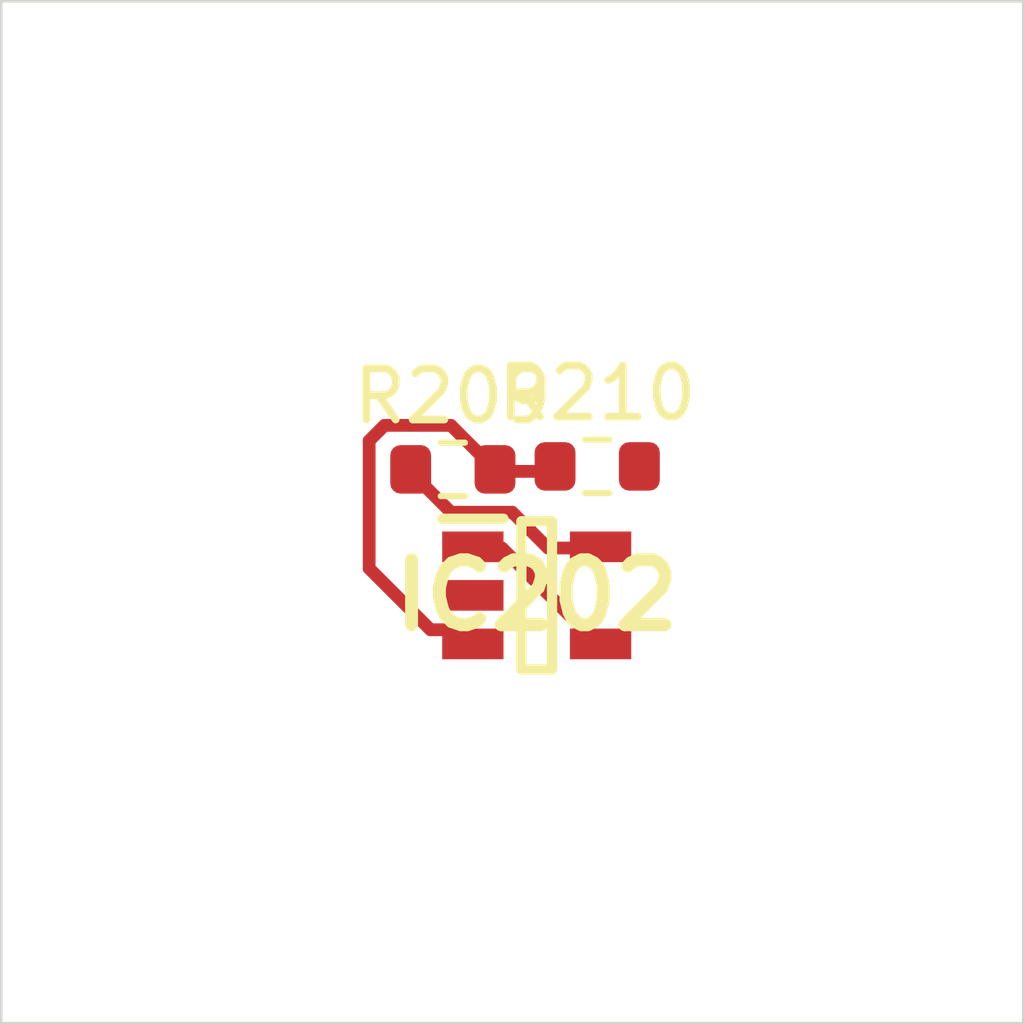
<source format=kicad_pcb>
 ( kicad_pcb  ( version 20171130 )
 ( host pcbnew 5.1.12-84ad8e8a86~92~ubuntu18.04.1 )
 ( general  ( thickness 1.6 )
 ( drawings 4 )
 ( tracks 0 )
 ( zones 0 )
 ( modules 3 )
 ( nets 5 )
)
 ( page A4 )
 ( layers  ( 0 F.Cu signal )
 ( 31 B.Cu signal )
 ( 32 B.Adhes user )
 ( 33 F.Adhes user )
 ( 34 B.Paste user )
 ( 35 F.Paste user )
 ( 36 B.SilkS user )
 ( 37 F.SilkS user )
 ( 38 B.Mask user )
 ( 39 F.Mask user )
 ( 40 Dwgs.User user )
 ( 41 Cmts.User user )
 ( 42 Eco1.User user )
 ( 43 Eco2.User user )
 ( 44 Edge.Cuts user )
 ( 45 Margin user )
 ( 46 B.CrtYd user )
 ( 47 F.CrtYd user )
 ( 48 B.Fab user )
 ( 49 F.Fab user )
)
 ( setup  ( last_trace_width 0.25 )
 ( trace_clearance 0.2 )
 ( zone_clearance 0.508 )
 ( zone_45_only no )
 ( trace_min 0.2 )
 ( via_size 0.8 )
 ( via_drill 0.4 )
 ( via_min_size 0.4 )
 ( via_min_drill 0.3 )
 ( uvia_size 0.3 )
 ( uvia_drill 0.1 )
 ( uvias_allowed no )
 ( uvia_min_size 0.2 )
 ( uvia_min_drill 0.1 )
 ( edge_width 0.05 )
 ( segment_width 0.2 )
 ( pcb_text_width 0.3 )
 ( pcb_text_size 1.5 1.5 )
 ( mod_edge_width 0.12 )
 ( mod_text_size 1 1 )
 ( mod_text_width 0.15 )
 ( pad_size 1.524 1.524 )
 ( pad_drill 0.762 )
 ( pad_to_mask_clearance 0 )
 ( aux_axis_origin 0 0 )
 ( visible_elements FFFFFF7F )
 ( pcbplotparams  ( layerselection 0x010fc_ffffffff )
 ( usegerberextensions false )
 ( usegerberattributes true )
 ( usegerberadvancedattributes true )
 ( creategerberjobfile true )
 ( excludeedgelayer true )
 ( linewidth 0.100000 )
 ( plotframeref false )
 ( viasonmask false )
 ( mode 1 )
 ( useauxorigin false )
 ( hpglpennumber 1 )
 ( hpglpenspeed 20 )
 ( hpglpendiameter 15.000000 )
 ( psnegative false )
 ( psa4output false )
 ( plotreference true )
 ( plotvalue true )
 ( plotinvisibletext false )
 ( padsonsilk false )
 ( subtractmaskfromsilk false )
 ( outputformat 1 )
 ( mirror false )
 ( drillshape 1 )
 ( scaleselection 1 )
 ( outputdirectory "" )
)
)
 ( net 0 "" )
 ( net 1 GND )
 ( net 2 VDDA )
 ( net 3 /Sheet6235D886/vp )
 ( net 4 "Net-(IC202-Pad3)" )
 ( net_class Default "This is the default net class."  ( clearance 0.2 )
 ( trace_width 0.25 )
 ( via_dia 0.8 )
 ( via_drill 0.4 )
 ( uvia_dia 0.3 )
 ( uvia_drill 0.1 )
 ( add_net /Sheet6235D886/vp )
 ( add_net GND )
 ( add_net "Net-(IC202-Pad3)" )
 ( add_net VDDA )
)
 ( module SOT95P280X145-5N locked  ( layer F.Cu )
 ( tedit 62336ED7 )
 ( tstamp 623423ED )
 ( at 90.479100 111.627000 )
 ( descr DBV0005A )
 ( tags "Integrated Circuit" )
 ( path /6235D887/6266C08E )
 ( attr smd )
 ( fp_text reference IC202  ( at 0 0 )
 ( layer F.SilkS )
 ( effects  ( font  ( size 1.27 1.27 )
 ( thickness 0.254 )
)
)
)
 ( fp_text value TL071HIDBVR  ( at 0 0 )
 ( layer F.SilkS )
hide  ( effects  ( font  ( size 1.27 1.27 )
 ( thickness 0.254 )
)
)
)
 ( fp_line  ( start -1.85 -1.5 )
 ( end -0.65 -1.5 )
 ( layer F.SilkS )
 ( width 0.2 )
)
 ( fp_line  ( start -0.3 1.45 )
 ( end -0.3 -1.45 )
 ( layer F.SilkS )
 ( width 0.2 )
)
 ( fp_line  ( start 0.3 1.45 )
 ( end -0.3 1.45 )
 ( layer F.SilkS )
 ( width 0.2 )
)
 ( fp_line  ( start 0.3 -1.45 )
 ( end 0.3 1.45 )
 ( layer F.SilkS )
 ( width 0.2 )
)
 ( fp_line  ( start -0.3 -1.45 )
 ( end 0.3 -1.45 )
 ( layer F.SilkS )
 ( width 0.2 )
)
 ( fp_line  ( start -0.8 -0.5 )
 ( end 0.15 -1.45 )
 ( layer Dwgs.User )
 ( width 0.1 )
)
 ( fp_line  ( start -0.8 1.45 )
 ( end -0.8 -1.45 )
 ( layer Dwgs.User )
 ( width 0.1 )
)
 ( fp_line  ( start 0.8 1.45 )
 ( end -0.8 1.45 )
 ( layer Dwgs.User )
 ( width 0.1 )
)
 ( fp_line  ( start 0.8 -1.45 )
 ( end 0.8 1.45 )
 ( layer Dwgs.User )
 ( width 0.1 )
)
 ( fp_line  ( start -0.8 -1.45 )
 ( end 0.8 -1.45 )
 ( layer Dwgs.User )
 ( width 0.1 )
)
 ( fp_line  ( start -2.1 1.775 )
 ( end -2.1 -1.775 )
 ( layer Dwgs.User )
 ( width 0.05 )
)
 ( fp_line  ( start 2.1 1.775 )
 ( end -2.1 1.775 )
 ( layer Dwgs.User )
 ( width 0.05 )
)
 ( fp_line  ( start 2.1 -1.775 )
 ( end 2.1 1.775 )
 ( layer Dwgs.User )
 ( width 0.05 )
)
 ( fp_line  ( start -2.1 -1.775 )
 ( end 2.1 -1.775 )
 ( layer Dwgs.User )
 ( width 0.05 )
)
 ( pad 1 smd rect  ( at -1.25 -0.95 90.000000 )
 ( size 0.6 1.2 )
 ( layers F.Cu F.Mask F.Paste )
 ( net 3 /Sheet6235D886/vp )
)
 ( pad 2 smd rect  ( at -1.25 0 90.000000 )
 ( size 0.6 1.2 )
 ( layers F.Cu F.Mask F.Paste )
 ( net 1 GND )
)
 ( pad 3 smd rect  ( at -1.25 0.95 90.000000 )
 ( size 0.6 1.2 )
 ( layers F.Cu F.Mask F.Paste )
 ( net 4 "Net-(IC202-Pad3)" )
)
 ( pad 4 smd rect  ( at 1.25 0.95 90.000000 )
 ( size 0.6 1.2 )
 ( layers F.Cu F.Mask F.Paste )
 ( net 3 /Sheet6235D886/vp )
)
 ( pad 5 smd rect  ( at 1.25 -0.95 90.000000 )
 ( size 0.6 1.2 )
 ( layers F.Cu F.Mask F.Paste )
 ( net 2 VDDA )
)
)
 ( module Resistor_SMD:R_0603_1608Metric  ( layer F.Cu )
 ( tedit 5F68FEEE )
 ( tstamp 62342595 )
 ( at 88.837800 109.161000 )
 ( descr "Resistor SMD 0603 (1608 Metric), square (rectangular) end terminal, IPC_7351 nominal, (Body size source: IPC-SM-782 page 72, https://www.pcb-3d.com/wordpress/wp-content/uploads/ipc-sm-782a_amendment_1_and_2.pdf), generated with kicad-footprint-generator" )
 ( tags resistor )
 ( path /6235D887/623CDBD9 )
 ( attr smd )
 ( fp_text reference R209  ( at 0 -1.43 )
 ( layer F.SilkS )
 ( effects  ( font  ( size 1 1 )
 ( thickness 0.15 )
)
)
)
 ( fp_text value 100k  ( at 0 1.43 )
 ( layer F.Fab )
 ( effects  ( font  ( size 1 1 )
 ( thickness 0.15 )
)
)
)
 ( fp_line  ( start -0.8 0.4125 )
 ( end -0.8 -0.4125 )
 ( layer F.Fab )
 ( width 0.1 )
)
 ( fp_line  ( start -0.8 -0.4125 )
 ( end 0.8 -0.4125 )
 ( layer F.Fab )
 ( width 0.1 )
)
 ( fp_line  ( start 0.8 -0.4125 )
 ( end 0.8 0.4125 )
 ( layer F.Fab )
 ( width 0.1 )
)
 ( fp_line  ( start 0.8 0.4125 )
 ( end -0.8 0.4125 )
 ( layer F.Fab )
 ( width 0.1 )
)
 ( fp_line  ( start -0.237258 -0.5225 )
 ( end 0.237258 -0.5225 )
 ( layer F.SilkS )
 ( width 0.12 )
)
 ( fp_line  ( start -0.237258 0.5225 )
 ( end 0.237258 0.5225 )
 ( layer F.SilkS )
 ( width 0.12 )
)
 ( fp_line  ( start -1.48 0.73 )
 ( end -1.48 -0.73 )
 ( layer F.CrtYd )
 ( width 0.05 )
)
 ( fp_line  ( start -1.48 -0.73 )
 ( end 1.48 -0.73 )
 ( layer F.CrtYd )
 ( width 0.05 )
)
 ( fp_line  ( start 1.48 -0.73 )
 ( end 1.48 0.73 )
 ( layer F.CrtYd )
 ( width 0.05 )
)
 ( fp_line  ( start 1.48 0.73 )
 ( end -1.48 0.73 )
 ( layer F.CrtYd )
 ( width 0.05 )
)
 ( fp_text user %R  ( at 0 0 )
 ( layer F.Fab )
 ( effects  ( font  ( size 0.4 0.4 )
 ( thickness 0.06 )
)
)
)
 ( pad 1 smd roundrect  ( at -0.825 0 )
 ( size 0.8 0.95 )
 ( layers F.Cu F.Mask F.Paste )
 ( roundrect_rratio 0.25 )
 ( net 2 VDDA )
)
 ( pad 2 smd roundrect  ( at 0.825 0 )
 ( size 0.8 0.95 )
 ( layers F.Cu F.Mask F.Paste )
 ( roundrect_rratio 0.25 )
 ( net 4 "Net-(IC202-Pad3)" )
)
 ( model ${KISYS3DMOD}/Resistor_SMD.3dshapes/R_0603_1608Metric.wrl  ( at  ( xyz 0 0 0 )
)
 ( scale  ( xyz 1 1 1 )
)
 ( rotate  ( xyz 0 0 0 )
)
)
)
 ( module Resistor_SMD:R_0603_1608Metric  ( layer F.Cu )
 ( tedit 5F68FEEE )
 ( tstamp 623425A6 )
 ( at 91.663000 109.103000 )
 ( descr "Resistor SMD 0603 (1608 Metric), square (rectangular) end terminal, IPC_7351 nominal, (Body size source: IPC-SM-782 page 72, https://www.pcb-3d.com/wordpress/wp-content/uploads/ipc-sm-782a_amendment_1_and_2.pdf), generated with kicad-footprint-generator" )
 ( tags resistor )
 ( path /6235D887/623CDBDF )
 ( attr smd )
 ( fp_text reference R210  ( at 0 -1.43 )
 ( layer F.SilkS )
 ( effects  ( font  ( size 1 1 )
 ( thickness 0.15 )
)
)
)
 ( fp_text value 100k  ( at 0 1.43 )
 ( layer F.Fab )
 ( effects  ( font  ( size 1 1 )
 ( thickness 0.15 )
)
)
)
 ( fp_line  ( start 1.48 0.73 )
 ( end -1.48 0.73 )
 ( layer F.CrtYd )
 ( width 0.05 )
)
 ( fp_line  ( start 1.48 -0.73 )
 ( end 1.48 0.73 )
 ( layer F.CrtYd )
 ( width 0.05 )
)
 ( fp_line  ( start -1.48 -0.73 )
 ( end 1.48 -0.73 )
 ( layer F.CrtYd )
 ( width 0.05 )
)
 ( fp_line  ( start -1.48 0.73 )
 ( end -1.48 -0.73 )
 ( layer F.CrtYd )
 ( width 0.05 )
)
 ( fp_line  ( start -0.237258 0.5225 )
 ( end 0.237258 0.5225 )
 ( layer F.SilkS )
 ( width 0.12 )
)
 ( fp_line  ( start -0.237258 -0.5225 )
 ( end 0.237258 -0.5225 )
 ( layer F.SilkS )
 ( width 0.12 )
)
 ( fp_line  ( start 0.8 0.4125 )
 ( end -0.8 0.4125 )
 ( layer F.Fab )
 ( width 0.1 )
)
 ( fp_line  ( start 0.8 -0.4125 )
 ( end 0.8 0.4125 )
 ( layer F.Fab )
 ( width 0.1 )
)
 ( fp_line  ( start -0.8 -0.4125 )
 ( end 0.8 -0.4125 )
 ( layer F.Fab )
 ( width 0.1 )
)
 ( fp_line  ( start -0.8 0.4125 )
 ( end -0.8 -0.4125 )
 ( layer F.Fab )
 ( width 0.1 )
)
 ( fp_text user %R  ( at 0 0 )
 ( layer F.Fab )
 ( effects  ( font  ( size 0.4 0.4 )
 ( thickness 0.06 )
)
)
)
 ( pad 2 smd roundrect  ( at 0.825 0 )
 ( size 0.8 0.95 )
 ( layers F.Cu F.Mask F.Paste )
 ( roundrect_rratio 0.25 )
 ( net 1 GND )
)
 ( pad 1 smd roundrect  ( at -0.825 0 )
 ( size 0.8 0.95 )
 ( layers F.Cu F.Mask F.Paste )
 ( roundrect_rratio 0.25 )
 ( net 4 "Net-(IC202-Pad3)" )
)
 ( model ${KISYS3DMOD}/Resistor_SMD.3dshapes/R_0603_1608Metric.wrl  ( at  ( xyz 0 0 0 )
)
 ( scale  ( xyz 1 1 1 )
)
 ( rotate  ( xyz 0 0 0 )
)
)
)
 ( gr_line  ( start 100 100 )
 ( end 100 120 )
 ( layer Edge.Cuts )
 ( width 0.05 )
 ( tstamp 62E770C4 )
)
 ( gr_line  ( start 80 120 )
 ( end 100 120 )
 ( layer Edge.Cuts )
 ( width 0.05 )
 ( tstamp 62E770C0 )
)
 ( gr_line  ( start 80 100 )
 ( end 100 100 )
 ( layer Edge.Cuts )
 ( width 0.05 )
 ( tstamp 6234110C )
)
 ( gr_line  ( start 80 100 )
 ( end 80 120 )
 ( layer Edge.Cuts )
 ( width 0.05 )
)
 ( segment  ( start 88.000001 109.200002 )
 ( end 88.800001 110.000002 )
 ( width 0.250000 )
 ( layer F.Cu )
 ( net 2 )
)
 ( segment  ( start 88.800001 110.000002 )
 ( end 90.000001 110.000002 )
 ( width 0.250000 )
 ( layer F.Cu )
 ( net 2 )
)
 ( segment  ( start 90.000001 110.000002 )
 ( end 90.700001 110.700002 )
 ( width 0.250000 )
 ( layer F.Cu )
 ( net 2 )
)
 ( segment  ( start 90.700001 110.700002 )
 ( end 91.700001 110.700002 )
 ( width 0.250000 )
 ( layer F.Cu )
 ( net 2 )
)
 ( segment  ( start 91.700001 112.600002 )
 ( end 89.800001 110.700002 )
 ( width 0.250000 )
 ( layer F.Cu )
 ( net 3 )
)
 ( segment  ( start 89.800001 110.700002 )
 ( end 89.200001 110.700002 )
 ( width 0.250000 )
 ( layer F.Cu )
 ( net 3 )
)
 ( segment  ( start 89.700001 109.200002 )
 ( end 88.800001 108.300002 )
 ( width 0.250000 )
 ( layer F.Cu )
 ( net 4 )
)
 ( segment  ( start 88.800001 108.300002 )
 ( end 87.500001 108.300002 )
 ( width 0.250000 )
 ( layer F.Cu )
 ( net 4 )
)
 ( segment  ( start 87.500001 108.300002 )
 ( end 87.200001 108.600002 )
 ( width 0.250000 )
 ( layer F.Cu )
 ( net 4 )
)
 ( segment  ( start 87.200001 108.600002 )
 ( end 87.200001 111.100002 )
 ( width 0.250000 )
 ( layer F.Cu )
 ( net 4 )
)
 ( segment  ( start 87.200001 111.100002 )
 ( end 88.400001 112.300002 )
 ( width 0.250000 )
 ( layer F.Cu )
 ( net 4 )
)
 ( segment  ( start 88.400001 112.300002 )
 ( end 88.900001 112.300002 )
 ( width 0.250000 )
 ( layer F.Cu )
 ( net 4 )
)
 ( segment  ( start 88.900001 112.300002 )
 ( end 89.200001 112.600002 )
 ( width 0.250000 )
 ( layer F.Cu )
 ( net 4 )
)
 ( segment  ( start 90.800001 109.100002 )
 ( end 90.700001 109.200002 )
 ( width 0.250000 )
 ( layer F.Cu )
 ( net 4 )
)
 ( segment  ( start 90.700001 109.200002 )
 ( end 89.700001 109.200002 )
 ( width 0.250000 )
 ( layer F.Cu )
 ( net 4 )
)
)

</source>
